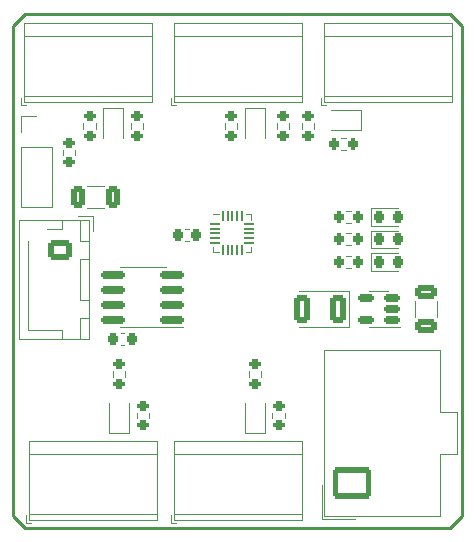
<source format=gbr>
%TF.GenerationSoftware,KiCad,Pcbnew,7.0.8*%
%TF.CreationDate,2024-01-22T00:16:33-08:00*%
%TF.ProjectId,PWMGen R1,50574d47-656e-4205-9231-2e6b69636164,rev?*%
%TF.SameCoordinates,Original*%
%TF.FileFunction,Legend,Top*%
%TF.FilePolarity,Positive*%
%FSLAX46Y46*%
G04 Gerber Fmt 4.6, Leading zero omitted, Abs format (unit mm)*
G04 Created by KiCad (PCBNEW 7.0.8) date 2024-01-22 00:16:33*
%MOMM*%
%LPD*%
G01*
G04 APERTURE LIST*
G04 Aperture macros list*
%AMRoundRect*
0 Rectangle with rounded corners*
0 $1 Rounding radius*
0 $2 $3 $4 $5 $6 $7 $8 $9 X,Y pos of 4 corners*
0 Add a 4 corners polygon primitive as box body*
4,1,4,$2,$3,$4,$5,$6,$7,$8,$9,$2,$3,0*
0 Add four circle primitives for the rounded corners*
1,1,$1+$1,$2,$3*
1,1,$1+$1,$4,$5*
1,1,$1+$1,$6,$7*
1,1,$1+$1,$8,$9*
0 Add four rect primitives between the rounded corners*
20,1,$1+$1,$2,$3,$4,$5,0*
20,1,$1+$1,$4,$5,$6,$7,0*
20,1,$1+$1,$6,$7,$8,$9,0*
20,1,$1+$1,$8,$9,$2,$3,0*%
G04 Aperture macros list end*
%ADD10C,0.254000*%
%ADD11C,0.120000*%
%ADD12RoundRect,0.150000X0.825000X0.150000X-0.825000X0.150000X-0.825000X-0.150000X0.825000X-0.150000X0*%
%ADD13RoundRect,0.218750X-0.218750X-0.256250X0.218750X-0.256250X0.218750X0.256250X-0.218750X0.256250X0*%
%ADD14R,1.700000X1.700000*%
%ADD15O,1.700000X1.700000*%
%ADD16RoundRect,0.200000X0.200000X0.275000X-0.200000X0.275000X-0.200000X-0.275000X0.200000X-0.275000X0*%
%ADD17R,0.600000X0.450000*%
%ADD18RoundRect,0.200000X-0.275000X0.200000X-0.275000X-0.200000X0.275000X-0.200000X0.275000X0.200000X0*%
%ADD19R,0.450000X0.600000*%
%ADD20RoundRect,0.250000X0.325000X0.650000X-0.325000X0.650000X-0.325000X-0.650000X0.325000X-0.650000X0*%
%ADD21R,2.100000X2.100000*%
%ADD22C,2.100000*%
%ADD23C,0.800000*%
%ADD24C,6.400000*%
%ADD25RoundRect,0.225000X0.225000X0.250000X-0.225000X0.250000X-0.225000X-0.250000X0.225000X-0.250000X0*%
%ADD26RoundRect,0.250001X1.399999X-1.099999X1.399999X1.099999X-1.399999X1.099999X-1.399999X-1.099999X0*%
%ADD27O,3.300000X2.700000*%
%ADD28RoundRect,0.250000X0.412500X0.925000X-0.412500X0.925000X-0.412500X-0.925000X0.412500X-0.925000X0*%
%ADD29RoundRect,0.200000X0.275000X-0.200000X0.275000X0.200000X-0.275000X0.200000X-0.275000X-0.200000X0*%
%ADD30RoundRect,0.150000X0.512500X0.150000X-0.512500X0.150000X-0.512500X-0.150000X0.512500X-0.150000X0*%
%ADD31C,1.200000*%
%ADD32RoundRect,0.250000X-0.725000X0.600000X-0.725000X-0.600000X0.725000X-0.600000X0.725000X0.600000X0*%
%ADD33O,1.950000X1.700000*%
%ADD34RoundRect,0.250000X-0.650000X0.325000X-0.650000X-0.325000X0.650000X-0.325000X0.650000X0.325000X0*%
%ADD35RoundRect,0.050000X-0.375000X-0.050000X0.375000X-0.050000X0.375000X0.050000X-0.375000X0.050000X0*%
%ADD36RoundRect,0.050000X-0.050000X-0.375000X0.050000X-0.375000X0.050000X0.375000X-0.050000X0.375000X0*%
%ADD37R,1.650000X1.650000*%
G04 APERTURE END LIST*
D10*
X-134801100Y124053600D02*
X-98801100Y124053600D01*
X-97801100Y166553600D02*
X-98801100Y167553600D01*
X-97801100Y125053600D02*
X-98801100Y124053600D01*
X-134801100Y167553600D02*
X-98801100Y167553600D01*
X-135801100Y166553600D02*
X-134801100Y167553600D01*
X-97801100Y166553600D02*
X-97801100Y125053600D01*
X-134801100Y124053600D02*
X-135801100Y125053600D01*
X-135801100Y166553600D02*
X-135801100Y125053600D01*
D11*
%TO.C,U3*%
X-124801100Y140993600D02*
X-121351100Y140993600D01*
X-124801100Y140993600D02*
X-126751100Y140993600D01*
X-124801100Y146113600D02*
X-122851100Y146113600D01*
X-124801100Y146113600D02*
X-126751100Y146113600D01*
%TO.C,D5*%
X-105498600Y147288600D02*
X-105498600Y145818600D01*
X-105498600Y145818600D02*
X-103213600Y145818600D01*
X-103213600Y147288600D02*
X-105498600Y147288600D01*
%TO.C,P6*%
X-135131100Y158908600D02*
X-133801100Y158908600D01*
X-135131100Y157578600D02*
X-135131100Y158908600D01*
X-135131100Y156308600D02*
X-135131100Y151168600D01*
X-135131100Y156308600D02*
X-132471100Y156308600D01*
X-135131100Y151168600D02*
X-132471100Y151168600D01*
X-132471100Y156308600D02*
X-132471100Y151168600D01*
%TO.C,R16*%
X-107563842Y156031100D02*
X-108038358Y156031100D01*
X-107563842Y157076100D02*
X-108038358Y157076100D01*
%TO.C,D15*%
X-106301100Y157703600D02*
X-106301100Y159403600D01*
X-106301100Y157703600D02*
X-108851100Y157703600D01*
X-106301100Y159403600D02*
X-108851100Y159403600D01*
%TO.C,R17*%
X-128778600Y158290858D02*
X-128778600Y157816342D01*
X-129823600Y158290858D02*
X-129823600Y157816342D01*
%TO.C,R1*%
X-124778600Y158290858D02*
X-124778600Y157816342D01*
X-125823600Y158290858D02*
X-125823600Y157816342D01*
%TO.C,D1*%
X-127651100Y132053600D02*
X-125951100Y132053600D01*
X-127651100Y132053600D02*
X-127651100Y134603600D01*
X-125951100Y132053600D02*
X-125951100Y134603600D01*
%TO.C,C11*%
X-128089848Y151143600D02*
X-129512352Y151143600D01*
X-128089848Y152963600D02*
X-129512352Y152963600D01*
%TO.C,J1*%
X-134661100Y125083600D02*
X-134661100Y124443600D01*
X-134661100Y124443600D02*
X-134261100Y124443600D01*
X-134421100Y131423600D02*
X-134421100Y124683600D01*
X-134421100Y131423600D02*
X-123560100Y131423600D01*
X-134421100Y130303600D02*
X-123560100Y130303600D01*
X-134421100Y125203600D02*
X-123560100Y125203600D01*
X-134421100Y124683600D02*
X-123560100Y124683600D01*
X-123560100Y131423600D02*
X-123560100Y124683600D01*
%TO.C,D4*%
X-114451100Y159553600D02*
X-116151100Y159553600D01*
X-114451100Y159553600D02*
X-114451100Y157003600D01*
X-116151100Y159553600D02*
X-116151100Y157003600D01*
%TO.C,C8*%
X-120910520Y148293600D02*
X-121191680Y148293600D01*
X-120910520Y149313600D02*
X-121191680Y149313600D01*
%TO.C,D6*%
X-105498600Y149193600D02*
X-105498600Y147723600D01*
X-105498600Y147723600D02*
X-103213600Y147723600D01*
X-103213600Y149193600D02*
X-105498600Y149193600D01*
%TO.C,J2*%
X-109651100Y124803600D02*
X-106801100Y124803600D01*
X-109411100Y125043600D02*
X-99591100Y125043600D01*
X-99591100Y125043600D02*
X-99591100Y130243600D01*
X-109651100Y127653600D02*
X-109651100Y124803600D01*
X-99591100Y130243600D02*
X-98191100Y130243600D01*
X-98191100Y130243600D02*
X-98191100Y132053600D01*
X-109411100Y132053600D02*
X-109411100Y125043600D01*
X-109411100Y132053600D02*
X-109411100Y139063600D01*
X-99591100Y133863600D02*
X-98191100Y133863600D01*
X-98191100Y133863600D02*
X-98191100Y132053600D01*
X-109411100Y139063600D02*
X-99591100Y139063600D01*
X-99591100Y139063600D02*
X-99591100Y133863600D01*
%TO.C,J3*%
X-122421100Y125083600D02*
X-122421100Y124443600D01*
X-122421100Y124443600D02*
X-122021100Y124443600D01*
X-122181100Y131423600D02*
X-122181100Y124683600D01*
X-122181100Y131423600D02*
X-111320100Y131423600D01*
X-122181100Y130303600D02*
X-111320100Y130303600D01*
X-122181100Y125203600D02*
X-111320100Y125203600D01*
X-122181100Y124683600D02*
X-111320100Y124683600D01*
X-111320100Y131423600D02*
X-111320100Y124683600D01*
%TO.C,C13*%
X-107341100Y141043600D02*
X-107341100Y144063600D01*
X-107341100Y144063600D02*
X-111551100Y144063600D01*
X-111551100Y141043600D02*
X-107341100Y141043600D01*
%TO.C,R5*%
X-110278600Y158290858D02*
X-110278600Y157816342D01*
X-111323600Y158290858D02*
X-111323600Y157816342D01*
%TO.C,R7*%
X-115823600Y136816342D02*
X-115823600Y137290858D01*
X-114778600Y136816342D02*
X-114778600Y137290858D01*
%TO.C,D3*%
X-126451100Y159553600D02*
X-128151100Y159553600D01*
X-126451100Y159553600D02*
X-126451100Y157003600D01*
X-128151100Y159553600D02*
X-128151100Y157003600D01*
%TO.C,D7*%
X-105498600Y151098600D02*
X-105498600Y149628600D01*
X-105498600Y149628600D02*
X-103213600Y149628600D01*
X-103213600Y151098600D02*
X-105498600Y151098600D01*
%TO.C,J5*%
X-122421100Y160453600D02*
X-122421100Y159813600D01*
X-122421100Y159813600D02*
X-122021100Y159813600D01*
X-122181100Y166793600D02*
X-122181100Y160053600D01*
X-122181100Y166793600D02*
X-111320100Y166793600D01*
X-122181100Y165673600D02*
X-111320100Y165673600D01*
X-122181100Y160573600D02*
X-111320100Y160573600D01*
X-122181100Y160053600D02*
X-111320100Y160053600D01*
X-111320100Y166793600D02*
X-111320100Y160053600D01*
%TO.C,R9*%
X-125323600Y133316342D02*
X-125323600Y133790858D01*
X-124278600Y133316342D02*
X-124278600Y133790858D01*
%TO.C,U2*%
X-104801100Y140993600D02*
X-103001100Y140993600D01*
X-104801100Y140993600D02*
X-105601100Y140993600D01*
X-104801100Y144113600D02*
X-104001100Y144113600D01*
X-104801100Y144113600D02*
X-105601100Y144113600D01*
%TO.C,J6*%
X-109721100Y160453600D02*
X-109721100Y159813600D01*
X-109721100Y159813600D02*
X-109321100Y159813600D01*
X-109481100Y166793600D02*
X-109481100Y160053600D01*
X-109481100Y166793600D02*
X-98620100Y166793600D01*
X-109481100Y165673600D02*
X-98620100Y165673600D01*
X-109481100Y160573600D02*
X-98620100Y160573600D01*
X-109481100Y160053600D02*
X-98620100Y160053600D01*
X-98620100Y166793600D02*
X-98620100Y160053600D01*
%TO.C,R12*%
X-107141342Y147936100D02*
X-107615858Y147936100D01*
X-107141342Y148981100D02*
X-107615858Y148981100D01*
%TO.C,R3*%
X-127323600Y136816342D02*
X-127323600Y137290858D01*
X-126278600Y136816342D02*
X-126278600Y137290858D01*
%TO.C,R11*%
X-107141342Y146031100D02*
X-107615858Y146031100D01*
X-107141342Y147076100D02*
X-107615858Y147076100D01*
%TO.C,P1*%
X-129051100Y150403600D02*
X-130301100Y150403600D01*
X-129341100Y150113600D02*
X-135311100Y150113600D01*
X-135311100Y150113600D02*
X-135311100Y139993600D01*
X-129351100Y150103600D02*
X-130101100Y150103600D01*
X-130101100Y150103600D02*
X-130101100Y148303600D01*
X-131601100Y150103600D02*
X-131601100Y149353600D01*
X-131601100Y149353600D02*
X-132941100Y149353600D01*
X-129051100Y149153600D02*
X-129051100Y150403600D01*
X-129351100Y148303600D02*
X-129351100Y150103600D01*
X-130101100Y148303600D02*
X-129351100Y148303600D01*
X-129351100Y146803600D02*
X-130101100Y146803600D01*
X-130101100Y146803600D02*
X-130101100Y143303600D01*
X-134551100Y145053600D02*
X-134551100Y148293600D01*
X-129351100Y143303600D02*
X-129351100Y146803600D01*
X-130101100Y143303600D02*
X-129351100Y143303600D01*
X-129351100Y141803600D02*
X-130101100Y141803600D01*
X-130101100Y141803600D02*
X-130101100Y140003600D01*
X-131601100Y140753600D02*
X-134551100Y140753600D01*
X-134551100Y140753600D02*
X-134551100Y145053600D01*
X-129351100Y140003600D02*
X-129351100Y141803600D01*
X-130101100Y140003600D02*
X-129351100Y140003600D01*
X-131601100Y140003600D02*
X-131601100Y140753600D01*
X-129341100Y139993600D02*
X-129341100Y150113600D01*
X-135311100Y139993600D02*
X-129341100Y139993600D01*
%TO.C,J4*%
X-135121100Y160453600D02*
X-135121100Y159813600D01*
X-135121100Y159813600D02*
X-134721100Y159813600D01*
X-134881100Y166793600D02*
X-134881100Y160053600D01*
X-134881100Y166793600D02*
X-124020100Y166793600D01*
X-134881100Y165673600D02*
X-124020100Y165673600D01*
X-134881100Y160573600D02*
X-124020100Y160573600D01*
X-134881100Y160053600D02*
X-124020100Y160053600D01*
X-124020100Y166793600D02*
X-124020100Y160053600D01*
%TO.C,R13*%
X-107141342Y149841100D02*
X-107615858Y149841100D01*
X-107141342Y150886100D02*
X-107615858Y150886100D01*
%TO.C,C10*%
X-99891100Y143264852D02*
X-99891100Y141842348D01*
X-101711100Y143264852D02*
X-101711100Y141842348D01*
%TO.C,C1*%
X-126360520Y139543600D02*
X-126641680Y139543600D01*
X-126360520Y140563600D02*
X-126641680Y140563600D01*
%TO.C,U1*%
X-118821100Y147353600D02*
X-118821100Y147803600D01*
X-118371100Y150573600D02*
X-118821100Y150573600D01*
X-118371100Y147353600D02*
X-118821100Y147353600D01*
X-116051100Y150573600D02*
X-115601100Y150573600D01*
X-116051100Y147353600D02*
X-115601100Y147353600D01*
X-115601100Y150573600D02*
X-115601100Y150123600D01*
X-115601100Y147353600D02*
X-115601100Y147803600D01*
%TO.C,R10*%
X-113823600Y133316342D02*
X-113823600Y133790858D01*
X-112778600Y133316342D02*
X-112778600Y133790858D01*
%TO.C,R4*%
X-116778600Y158290858D02*
X-116778600Y157816342D01*
X-117823600Y158290858D02*
X-117823600Y157816342D01*
%TO.C,R2*%
X-112418600Y158290858D02*
X-112418600Y157816342D01*
X-113463600Y158290858D02*
X-113463600Y157816342D01*
%TO.C,R6*%
X-131573600Y155566342D02*
X-131573600Y156040858D01*
X-130528600Y155566342D02*
X-130528600Y156040858D01*
%TO.C,D2*%
X-116151100Y132053600D02*
X-114451100Y132053600D01*
X-116151100Y132053600D02*
X-116151100Y134603600D01*
X-114451100Y132053600D02*
X-114451100Y134603600D01*
%TD*%
%LPC*%
D12*
%TO.C,U3*%
X-122326100Y141648600D03*
X-122326100Y142918600D03*
X-122326100Y144188600D03*
X-122326100Y145458600D03*
X-127276100Y145458600D03*
X-127276100Y144188600D03*
X-127276100Y142918600D03*
X-127276100Y141648600D03*
%TD*%
D13*
%TO.C,D5*%
X-104801100Y146553600D03*
X-103226100Y146553600D03*
%TD*%
D14*
%TO.C,P6*%
X-133801100Y157578600D03*
D15*
X-133801100Y155038600D03*
X-133801100Y152498600D03*
%TD*%
D16*
%TO.C,R16*%
X-106976100Y156553600D03*
X-108626100Y156553600D03*
%TD*%
D17*
%TO.C,D15*%
X-106751100Y158553600D03*
X-108851100Y158553600D03*
%TD*%
D18*
%TO.C,R17*%
X-129301100Y158878600D03*
X-129301100Y157228600D03*
%TD*%
%TO.C,R1*%
X-125301100Y158878600D03*
X-125301100Y157228600D03*
%TD*%
D19*
%TO.C,D1*%
X-126801100Y132503600D03*
X-126801100Y134603600D03*
%TD*%
D20*
%TO.C,C11*%
X-127326100Y152053600D03*
X-130276100Y152053600D03*
%TD*%
D21*
%TO.C,J1*%
X-132801100Y128053600D03*
D22*
X-130261100Y128053600D03*
X-127721100Y128053600D03*
X-125181100Y128053600D03*
%TD*%
D23*
%TO.C,H1*%
X-134201100Y136053600D03*
X-133498156Y137750656D03*
X-133498156Y134356544D03*
X-131801100Y138453600D03*
D24*
X-131801100Y136053600D03*
D23*
X-131801100Y133653600D03*
X-130104044Y137750656D03*
X-130104044Y134356544D03*
X-129401100Y136053600D03*
%TD*%
%TO.C,H2*%
X-104201100Y156053600D03*
X-103498156Y157750656D03*
X-103498156Y154356544D03*
X-101801100Y158453600D03*
D24*
X-101801100Y156053600D03*
D23*
X-101801100Y153653600D03*
X-100104044Y157750656D03*
X-100104044Y154356544D03*
X-99401100Y156053600D03*
%TD*%
D19*
%TO.C,D4*%
X-115301100Y159103600D03*
X-115301100Y157003600D03*
%TD*%
D25*
%TO.C,C8*%
X-120276100Y148803600D03*
X-121826100Y148803600D03*
%TD*%
D13*
%TO.C,D6*%
X-104801100Y148458600D03*
X-103226100Y148458600D03*
%TD*%
D26*
%TO.C,J2*%
X-107051100Y127853600D03*
D27*
X-107051100Y132053600D03*
X-107051100Y136253600D03*
X-101551100Y127853600D03*
X-101551100Y132053600D03*
X-101551100Y136253600D03*
%TD*%
D21*
%TO.C,J3*%
X-120561100Y128053600D03*
D22*
X-118021100Y128053600D03*
X-115481100Y128053600D03*
X-112941100Y128053600D03*
%TD*%
D28*
%TO.C,C13*%
X-108263600Y142553600D03*
X-111338600Y142553600D03*
%TD*%
D18*
%TO.C,R5*%
X-110801100Y158878600D03*
X-110801100Y157228600D03*
%TD*%
D29*
%TO.C,R7*%
X-115301100Y136228600D03*
X-115301100Y137878600D03*
%TD*%
D19*
%TO.C,D3*%
X-127301100Y159103600D03*
X-127301100Y157003600D03*
%TD*%
D13*
%TO.C,D7*%
X-104801100Y150363600D03*
X-103226100Y150363600D03*
%TD*%
D21*
%TO.C,J5*%
X-120561100Y163423600D03*
D22*
X-118021100Y163423600D03*
X-115481100Y163423600D03*
X-112941100Y163423600D03*
%TD*%
D29*
%TO.C,R9*%
X-124801100Y132728600D03*
X-124801100Y134378600D03*
%TD*%
D30*
%TO.C,U2*%
X-103663600Y141603600D03*
X-103663600Y142553600D03*
X-103663600Y143503600D03*
X-105938600Y143503600D03*
X-105938600Y141603600D03*
%TD*%
D21*
%TO.C,J6*%
X-107861100Y163423600D03*
D22*
X-105321100Y163423600D03*
X-102781100Y163423600D03*
X-100241100Y163423600D03*
%TD*%
D16*
%TO.C,R12*%
X-106553600Y148458600D03*
X-108203600Y148458600D03*
%TD*%
D29*
%TO.C,R3*%
X-126801100Y136228600D03*
X-126801100Y137878600D03*
%TD*%
D16*
%TO.C,R11*%
X-106553600Y146553600D03*
X-108203600Y146553600D03*
%TD*%
D31*
%TO.C,P1*%
X-133801100Y149153600D03*
D32*
X-131801100Y147553600D03*
D33*
X-131801100Y145053600D03*
X-131801100Y142553600D03*
%TD*%
D21*
%TO.C,J4*%
X-133261100Y163423600D03*
D22*
X-130721100Y163423600D03*
X-128181100Y163423600D03*
X-125641100Y163423600D03*
%TD*%
D16*
%TO.C,R13*%
X-106553600Y150363600D03*
X-108203600Y150363600D03*
%TD*%
D34*
%TO.C,C10*%
X-100801100Y144028600D03*
X-100801100Y141078600D03*
%TD*%
D25*
%TO.C,C1*%
X-125726100Y140053600D03*
X-127276100Y140053600D03*
%TD*%
D35*
%TO.C,U1*%
X-118661100Y149763600D03*
X-118661100Y149363600D03*
X-118661100Y148963600D03*
X-118661100Y148563600D03*
X-118661100Y148163600D03*
D36*
X-118011100Y147513600D03*
X-117611100Y147513600D03*
X-117211100Y147513600D03*
X-116811100Y147513600D03*
X-116411100Y147513600D03*
D35*
X-115761100Y148163600D03*
X-115761100Y148563600D03*
X-115761100Y148963600D03*
X-115761100Y149363600D03*
X-115761100Y149763600D03*
D36*
X-116411100Y150413600D03*
X-116811100Y150413600D03*
X-117211100Y150413600D03*
X-117611100Y150413600D03*
X-118011100Y150413600D03*
D37*
X-117211100Y148963600D03*
%TD*%
D29*
%TO.C,R10*%
X-113301100Y132728600D03*
X-113301100Y134378600D03*
%TD*%
D18*
%TO.C,R4*%
X-117301100Y158878600D03*
X-117301100Y157228600D03*
%TD*%
%TO.C,R2*%
X-112941100Y158878600D03*
X-112941100Y157228600D03*
%TD*%
D29*
%TO.C,R6*%
X-131051100Y154978600D03*
X-131051100Y156628600D03*
%TD*%
D19*
%TO.C,D2*%
X-115301100Y132503600D03*
X-115301100Y134603600D03*
%TD*%
%LPD*%
M02*

</source>
